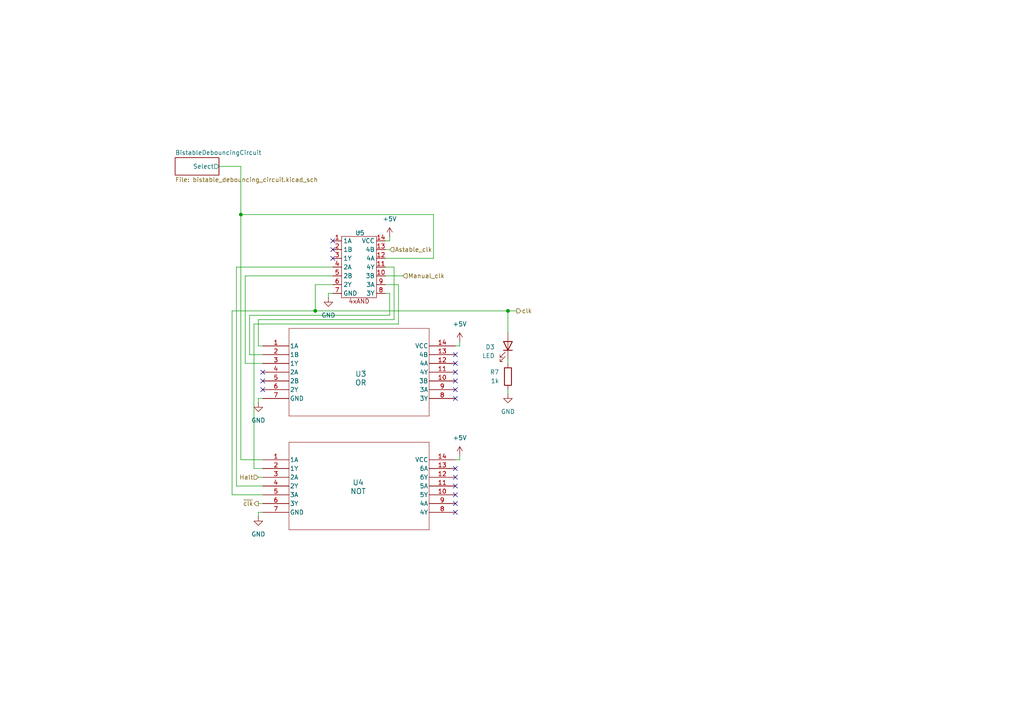
<source format=kicad_sch>
(kicad_sch
	(version 20231120)
	(generator "eeschema")
	(generator_version "8.0")
	(uuid "22486741-09b1-431b-8ea1-0cc18b24b716")
	(paper "A4")
	(lib_symbols
		(symbol "4x_or:CD74AC32E"
			(pin_names
				(offset 0.254)
			)
			(exclude_from_sim no)
			(in_bom yes)
			(on_board yes)
			(property "Reference" "U"
				(at 27.94 10.16 0)
				(effects
					(font
						(size 1.524 1.524)
					)
				)
			)
			(property "Value" "CD74AC32E"
				(at 27.94 7.62 0)
				(effects
					(font
						(size 1.524 1.524)
					)
				)
			)
			(property "Footprint" "N14"
				(at 0 0 0)
				(effects
					(font
						(size 1.27 1.27)
						(italic yes)
					)
					(hide yes)
				)
			)
			(property "Datasheet" "CD74AC32E"
				(at 0 0 0)
				(effects
					(font
						(size 1.27 1.27)
						(italic yes)
					)
					(hide yes)
				)
			)
			(property "Description" ""
				(at 0 0 0)
				(effects
					(font
						(size 1.27 1.27)
					)
					(hide yes)
				)
			)
			(property "ki_locked" ""
				(at 0 0 0)
				(effects
					(font
						(size 1.27 1.27)
					)
				)
			)
			(property "ki_keywords" "CD74AC32E"
				(at 0 0 0)
				(effects
					(font
						(size 1.27 1.27)
					)
					(hide yes)
				)
			)
			(property "ki_fp_filters" "N14"
				(at 0 0 0)
				(effects
					(font
						(size 1.27 1.27)
					)
					(hide yes)
				)
			)
			(symbol "CD74AC32E_0_1"
				(polyline
					(pts
						(xy 7.62 -20.32) (xy 48.26 -20.32)
					)
					(stroke
						(width 0.127)
						(type default)
					)
					(fill
						(type none)
					)
				)
				(polyline
					(pts
						(xy 7.62 5.08) (xy 7.62 -20.32)
					)
					(stroke
						(width 0.127)
						(type default)
					)
					(fill
						(type none)
					)
				)
				(polyline
					(pts
						(xy 48.26 -20.32) (xy 48.26 5.08)
					)
					(stroke
						(width 0.127)
						(type default)
					)
					(fill
						(type none)
					)
				)
				(polyline
					(pts
						(xy 48.26 5.08) (xy 7.62 5.08)
					)
					(stroke
						(width 0.127)
						(type default)
					)
					(fill
						(type none)
					)
				)
				(pin input line
					(at 0 0 0)
					(length 7.62)
					(name "1A"
						(effects
							(font
								(size 1.27 1.27)
							)
						)
					)
					(number "1"
						(effects
							(font
								(size 1.27 1.27)
							)
						)
					)
				)
				(pin input line
					(at 55.88 -10.16 180)
					(length 7.62)
					(name "3B"
						(effects
							(font
								(size 1.27 1.27)
							)
						)
					)
					(number "10"
						(effects
							(font
								(size 1.27 1.27)
							)
						)
					)
				)
				(pin output line
					(at 55.88 -7.62 180)
					(length 7.62)
					(name "4Y"
						(effects
							(font
								(size 1.27 1.27)
							)
						)
					)
					(number "11"
						(effects
							(font
								(size 1.27 1.27)
							)
						)
					)
				)
				(pin input line
					(at 55.88 -5.08 180)
					(length 7.62)
					(name "4A"
						(effects
							(font
								(size 1.27 1.27)
							)
						)
					)
					(number "12"
						(effects
							(font
								(size 1.27 1.27)
							)
						)
					)
				)
				(pin input line
					(at 55.88 -2.54 180)
					(length 7.62)
					(name "4B"
						(effects
							(font
								(size 1.27 1.27)
							)
						)
					)
					(number "13"
						(effects
							(font
								(size 1.27 1.27)
							)
						)
					)
				)
				(pin power_in line
					(at 55.88 0 180)
					(length 7.62)
					(name "VCC"
						(effects
							(font
								(size 1.27 1.27)
							)
						)
					)
					(number "14"
						(effects
							(font
								(size 1.27 1.27)
							)
						)
					)
				)
				(pin input line
					(at 0 -2.54 0)
					(length 7.62)
					(name "1B"
						(effects
							(font
								(size 1.27 1.27)
							)
						)
					)
					(number "2"
						(effects
							(font
								(size 1.27 1.27)
							)
						)
					)
				)
				(pin output line
					(at 0 -5.08 0)
					(length 7.62)
					(name "1Y"
						(effects
							(font
								(size 1.27 1.27)
							)
						)
					)
					(number "3"
						(effects
							(font
								(size 1.27 1.27)
							)
						)
					)
				)
				(pin input line
					(at 0 -7.62 0)
					(length 7.62)
					(name "2A"
						(effects
							(font
								(size 1.27 1.27)
							)
						)
					)
					(number "4"
						(effects
							(font
								(size 1.27 1.27)
							)
						)
					)
				)
				(pin input line
					(at 0 -10.16 0)
					(length 7.62)
					(name "2B"
						(effects
							(font
								(size 1.27 1.27)
							)
						)
					)
					(number "5"
						(effects
							(font
								(size 1.27 1.27)
							)
						)
					)
				)
				(pin output line
					(at 0 -12.7 0)
					(length 7.62)
					(name "2Y"
						(effects
							(font
								(size 1.27 1.27)
							)
						)
					)
					(number "6"
						(effects
							(font
								(size 1.27 1.27)
							)
						)
					)
				)
				(pin power_in line
					(at 0 -15.24 0)
					(length 7.62)
					(name "GND"
						(effects
							(font
								(size 1.27 1.27)
							)
						)
					)
					(number "7"
						(effects
							(font
								(size 1.27 1.27)
							)
						)
					)
				)
				(pin output line
					(at 55.88 -15.24 180)
					(length 7.62)
					(name "3Y"
						(effects
							(font
								(size 1.27 1.27)
							)
						)
					)
					(number "8"
						(effects
							(font
								(size 1.27 1.27)
							)
						)
					)
				)
				(pin input line
					(at 55.88 -12.7 180)
					(length 7.62)
					(name "3A"
						(effects
							(font
								(size 1.27 1.27)
							)
						)
					)
					(number "9"
						(effects
							(font
								(size 1.27 1.27)
							)
						)
					)
				)
			)
		)
		(symbol "6x_not:SN74AC14N"
			(pin_names
				(offset 0.254)
			)
			(exclude_from_sim no)
			(in_bom yes)
			(on_board yes)
			(property "Reference" "U"
				(at 27.94 10.16 0)
				(effects
					(font
						(size 1.524 1.524)
					)
				)
			)
			(property "Value" "SN74AC14N"
				(at 27.94 7.62 0)
				(effects
					(font
						(size 1.524 1.524)
					)
				)
			)
			(property "Footprint" "N14"
				(at 0 0 0)
				(effects
					(font
						(size 1.27 1.27)
						(italic yes)
					)
					(hide yes)
				)
			)
			(property "Datasheet" "SN74AC14N"
				(at 0 0 0)
				(effects
					(font
						(size 1.27 1.27)
						(italic yes)
					)
					(hide yes)
				)
			)
			(property "Description" ""
				(at 0 0 0)
				(effects
					(font
						(size 1.27 1.27)
					)
					(hide yes)
				)
			)
			(property "ki_locked" ""
				(at 0 0 0)
				(effects
					(font
						(size 1.27 1.27)
					)
				)
			)
			(property "ki_keywords" "SN74AC14N"
				(at 0 0 0)
				(effects
					(font
						(size 1.27 1.27)
					)
					(hide yes)
				)
			)
			(property "ki_fp_filters" "N14"
				(at 0 0 0)
				(effects
					(font
						(size 1.27 1.27)
					)
					(hide yes)
				)
			)
			(symbol "SN74AC14N_0_1"
				(polyline
					(pts
						(xy 7.62 -20.32) (xy 48.26 -20.32)
					)
					(stroke
						(width 0.127)
						(type default)
					)
					(fill
						(type none)
					)
				)
				(polyline
					(pts
						(xy 7.62 5.08) (xy 7.62 -20.32)
					)
					(stroke
						(width 0.127)
						(type default)
					)
					(fill
						(type none)
					)
				)
				(polyline
					(pts
						(xy 48.26 -20.32) (xy 48.26 5.08)
					)
					(stroke
						(width 0.127)
						(type default)
					)
					(fill
						(type none)
					)
				)
				(polyline
					(pts
						(xy 48.26 5.08) (xy 7.62 5.08)
					)
					(stroke
						(width 0.127)
						(type default)
					)
					(fill
						(type none)
					)
				)
				(pin input line
					(at 0 0 0)
					(length 7.62)
					(name "1A"
						(effects
							(font
								(size 1.27 1.27)
							)
						)
					)
					(number "1"
						(effects
							(font
								(size 1.27 1.27)
							)
						)
					)
				)
				(pin output line
					(at 55.88 -10.16 180)
					(length 7.62)
					(name "5Y"
						(effects
							(font
								(size 1.27 1.27)
							)
						)
					)
					(number "10"
						(effects
							(font
								(size 1.27 1.27)
							)
						)
					)
				)
				(pin input line
					(at 55.88 -7.62 180)
					(length 7.62)
					(name "5A"
						(effects
							(font
								(size 1.27 1.27)
							)
						)
					)
					(number "11"
						(effects
							(font
								(size 1.27 1.27)
							)
						)
					)
				)
				(pin output line
					(at 55.88 -5.08 180)
					(length 7.62)
					(name "6Y"
						(effects
							(font
								(size 1.27 1.27)
							)
						)
					)
					(number "12"
						(effects
							(font
								(size 1.27 1.27)
							)
						)
					)
				)
				(pin input line
					(at 55.88 -2.54 180)
					(length 7.62)
					(name "6A"
						(effects
							(font
								(size 1.27 1.27)
							)
						)
					)
					(number "13"
						(effects
							(font
								(size 1.27 1.27)
							)
						)
					)
				)
				(pin power_in line
					(at 55.88 0 180)
					(length 7.62)
					(name "VCC"
						(effects
							(font
								(size 1.27 1.27)
							)
						)
					)
					(number "14"
						(effects
							(font
								(size 1.27 1.27)
							)
						)
					)
				)
				(pin output line
					(at 0 -2.54 0)
					(length 7.62)
					(name "1Y"
						(effects
							(font
								(size 1.27 1.27)
							)
						)
					)
					(number "2"
						(effects
							(font
								(size 1.27 1.27)
							)
						)
					)
				)
				(pin input line
					(at 0 -5.08 0)
					(length 7.62)
					(name "2A"
						(effects
							(font
								(size 1.27 1.27)
							)
						)
					)
					(number "3"
						(effects
							(font
								(size 1.27 1.27)
							)
						)
					)
				)
				(pin output line
					(at 0 -7.62 0)
					(length 7.62)
					(name "2Y"
						(effects
							(font
								(size 1.27 1.27)
							)
						)
					)
					(number "4"
						(effects
							(font
								(size 1.27 1.27)
							)
						)
					)
				)
				(pin input line
					(at 0 -10.16 0)
					(length 7.62)
					(name "3A"
						(effects
							(font
								(size 1.27 1.27)
							)
						)
					)
					(number "5"
						(effects
							(font
								(size 1.27 1.27)
							)
						)
					)
				)
				(pin output line
					(at 0 -12.7 0)
					(length 7.62)
					(name "3Y"
						(effects
							(font
								(size 1.27 1.27)
							)
						)
					)
					(number "6"
						(effects
							(font
								(size 1.27 1.27)
							)
						)
					)
				)
				(pin power_in line
					(at 0 -15.24 0)
					(length 7.62)
					(name "GND"
						(effects
							(font
								(size 1.27 1.27)
							)
						)
					)
					(number "7"
						(effects
							(font
								(size 1.27 1.27)
							)
						)
					)
				)
				(pin output line
					(at 55.88 -15.24 180)
					(length 7.62)
					(name "4Y"
						(effects
							(font
								(size 1.27 1.27)
							)
						)
					)
					(number "8"
						(effects
							(font
								(size 1.27 1.27)
							)
						)
					)
				)
				(pin input line
					(at 55.88 -12.7 180)
					(length 7.62)
					(name "4A"
						(effects
							(font
								(size 1.27 1.27)
							)
						)
					)
					(number "9"
						(effects
							(font
								(size 1.27 1.27)
							)
						)
					)
				)
			)
		)
		(symbol "8BitCPU:4x_and"
			(exclude_from_sim no)
			(in_bom yes)
			(on_board yes)
			(property "Reference" "U"
				(at 0 9.906 0)
				(effects
					(font
						(size 1.27 1.27)
					)
				)
			)
			(property "Value" ""
				(at -5.08 2.54 0)
				(effects
					(font
						(size 1.27 1.27)
					)
				)
			)
			(property "Footprint" ""
				(at -5.08 2.54 0)
				(effects
					(font
						(size 1.27 1.27)
					)
					(hide yes)
				)
			)
			(property "Datasheet" ""
				(at -5.08 2.54 0)
				(effects
					(font
						(size 1.27 1.27)
					)
					(hide yes)
				)
			)
			(property "Description" ""
				(at -5.08 2.54 0)
				(effects
					(font
						(size 1.27 1.27)
					)
					(hide yes)
				)
			)
			(symbol "4x_and_0_1"
				(rectangle
					(start -5.08 8.89)
					(end 5.08 -8.89)
					(stroke
						(width 0)
						(type default)
					)
					(fill
						(type none)
					)
				)
			)
			(symbol "4x_and_1_1"
				(text "4xAND"
					(at 0 -9.906 0)
					(effects
						(font
							(size 1.27 1.27)
						)
					)
				)
				(pin input line
					(at -7.62 7.62 0)
					(length 2.54)
					(name "1A"
						(effects
							(font
								(size 1.27 1.27)
							)
						)
					)
					(number "1"
						(effects
							(font
								(size 1.27 1.27)
							)
						)
					)
				)
				(pin input line
					(at 7.62 -2.54 180)
					(length 2.54)
					(name "3B"
						(effects
							(font
								(size 1.27 1.27)
							)
						)
					)
					(number "10"
						(effects
							(font
								(size 1.27 1.27)
							)
						)
					)
				)
				(pin output line
					(at 7.62 0 180)
					(length 2.54)
					(name "4Y"
						(effects
							(font
								(size 1.27 1.27)
							)
						)
					)
					(number "11"
						(effects
							(font
								(size 1.27 1.27)
							)
						)
					)
				)
				(pin input line
					(at 7.62 2.54 180)
					(length 2.54)
					(name "4A"
						(effects
							(font
								(size 1.27 1.27)
							)
						)
					)
					(number "12"
						(effects
							(font
								(size 1.27 1.27)
							)
						)
					)
				)
				(pin input line
					(at 7.62 5.08 180)
					(length 2.54)
					(name "4B"
						(effects
							(font
								(size 1.27 1.27)
							)
						)
					)
					(number "13"
						(effects
							(font
								(size 1.27 1.27)
							)
						)
					)
				)
				(pin input line
					(at 7.62 7.62 180)
					(length 2.54)
					(name "VCC"
						(effects
							(font
								(size 1.27 1.27)
							)
						)
					)
					(number "14"
						(effects
							(font
								(size 1.27 1.27)
							)
						)
					)
				)
				(pin input line
					(at -7.62 5.08 0)
					(length 2.54)
					(name "1B"
						(effects
							(font
								(size 1.27 1.27)
							)
						)
					)
					(number "2"
						(effects
							(font
								(size 1.27 1.27)
							)
						)
					)
				)
				(pin output line
					(at -7.62 2.54 0)
					(length 2.54)
					(name "1Y"
						(effects
							(font
								(size 1.27 1.27)
							)
						)
					)
					(number "3"
						(effects
							(font
								(size 1.27 1.27)
							)
						)
					)
				)
				(pin input line
					(at -7.62 0 0)
					(length 2.54)
					(name "2A"
						(effects
							(font
								(size 1.27 1.27)
							)
						)
					)
					(number "4"
						(effects
							(font
								(size 1.27 1.27)
							)
						)
					)
				)
				(pin input line
					(at -7.62 -2.54 0)
					(length 2.54)
					(name "2B"
						(effects
							(font
								(size 1.27 1.27)
							)
						)
					)
					(number "5"
						(effects
							(font
								(size 1.27 1.27)
							)
						)
					)
				)
				(pin output line
					(at -7.62 -5.08 0)
					(length 2.54)
					(name "2Y"
						(effects
							(font
								(size 1.27 1.27)
							)
						)
					)
					(number "6"
						(effects
							(font
								(size 1.27 1.27)
							)
						)
					)
				)
				(pin input line
					(at -7.62 -7.62 0)
					(length 2.54)
					(name "GND"
						(effects
							(font
								(size 1.27 1.27)
							)
						)
					)
					(number "7"
						(effects
							(font
								(size 1.27 1.27)
							)
						)
					)
				)
				(pin output line
					(at 7.62 -7.62 180)
					(length 2.54)
					(name "3Y"
						(effects
							(font
								(size 1.27 1.27)
							)
						)
					)
					(number "8"
						(effects
							(font
								(size 1.27 1.27)
							)
						)
					)
				)
				(pin input line
					(at 7.62 -5.08 180)
					(length 2.54)
					(name "3A"
						(effects
							(font
								(size 1.27 1.27)
							)
						)
					)
					(number "9"
						(effects
							(font
								(size 1.27 1.27)
							)
						)
					)
				)
			)
		)
		(symbol "Device:LED"
			(pin_numbers hide)
			(pin_names
				(offset 1.016) hide)
			(exclude_from_sim no)
			(in_bom yes)
			(on_board yes)
			(property "Reference" "D"
				(at 0 2.54 0)
				(effects
					(font
						(size 1.27 1.27)
					)
				)
			)
			(property "Value" "LED"
				(at 0 -2.54 0)
				(effects
					(font
						(size 1.27 1.27)
					)
				)
			)
			(property "Footprint" ""
				(at 0 0 0)
				(effects
					(font
						(size 1.27 1.27)
					)
					(hide yes)
				)
			)
			(property "Datasheet" "~"
				(at 0 0 0)
				(effects
					(font
						(size 1.27 1.27)
					)
					(hide yes)
				)
			)
			(property "Description" "Light emitting diode"
				(at 0 0 0)
				(effects
					(font
						(size 1.27 1.27)
					)
					(hide yes)
				)
			)
			(property "ki_keywords" "LED diode"
				(at 0 0 0)
				(effects
					(font
						(size 1.27 1.27)
					)
					(hide yes)
				)
			)
			(property "ki_fp_filters" "LED* LED_SMD:* LED_THT:*"
				(at 0 0 0)
				(effects
					(font
						(size 1.27 1.27)
					)
					(hide yes)
				)
			)
			(symbol "LED_0_1"
				(polyline
					(pts
						(xy -1.27 -1.27) (xy -1.27 1.27)
					)
					(stroke
						(width 0.254)
						(type default)
					)
					(fill
						(type none)
					)
				)
				(polyline
					(pts
						(xy -1.27 0) (xy 1.27 0)
					)
					(stroke
						(width 0)
						(type default)
					)
					(fill
						(type none)
					)
				)
				(polyline
					(pts
						(xy 1.27 -1.27) (xy 1.27 1.27) (xy -1.27 0) (xy 1.27 -1.27)
					)
					(stroke
						(width 0.254)
						(type default)
					)
					(fill
						(type none)
					)
				)
				(polyline
					(pts
						(xy -3.048 -0.762) (xy -4.572 -2.286) (xy -3.81 -2.286) (xy -4.572 -2.286) (xy -4.572 -1.524)
					)
					(stroke
						(width 0)
						(type default)
					)
					(fill
						(type none)
					)
				)
				(polyline
					(pts
						(xy -1.778 -0.762) (xy -3.302 -2.286) (xy -2.54 -2.286) (xy -3.302 -2.286) (xy -3.302 -1.524)
					)
					(stroke
						(width 0)
						(type default)
					)
					(fill
						(type none)
					)
				)
			)
			(symbol "LED_1_1"
				(pin passive line
					(at -3.81 0 0)
					(length 2.54)
					(name "K"
						(effects
							(font
								(size 1.27 1.27)
							)
						)
					)
					(number "1"
						(effects
							(font
								(size 1.27 1.27)
							)
						)
					)
				)
				(pin passive line
					(at 3.81 0 180)
					(length 2.54)
					(name "A"
						(effects
							(font
								(size 1.27 1.27)
							)
						)
					)
					(number "2"
						(effects
							(font
								(size 1.27 1.27)
							)
						)
					)
				)
			)
		)
		(symbol "Device:R"
			(pin_numbers hide)
			(pin_names
				(offset 0)
			)
			(exclude_from_sim no)
			(in_bom yes)
			(on_board yes)
			(property "Reference" "R"
				(at 2.032 0 90)
				(effects
					(font
						(size 1.27 1.27)
					)
				)
			)
			(property "Value" "R"
				(at 0 0 90)
				(effects
					(font
						(size 1.27 1.27)
					)
				)
			)
			(property "Footprint" ""
				(at -1.778 0 90)
				(effects
					(font
						(size 1.27 1.27)
					)
					(hide yes)
				)
			)
			(property "Datasheet" "~"
				(at 0 0 0)
				(effects
					(font
						(size 1.27 1.27)
					)
					(hide yes)
				)
			)
			(property "Description" "Resistor"
				(at 0 0 0)
				(effects
					(font
						(size 1.27 1.27)
					)
					(hide yes)
				)
			)
			(property "ki_keywords" "R res resistor"
				(at 0 0 0)
				(effects
					(font
						(size 1.27 1.27)
					)
					(hide yes)
				)
			)
			(property "ki_fp_filters" "R_*"
				(at 0 0 0)
				(effects
					(font
						(size 1.27 1.27)
					)
					(hide yes)
				)
			)
			(symbol "R_0_1"
				(rectangle
					(start -1.016 -2.54)
					(end 1.016 2.54)
					(stroke
						(width 0.254)
						(type default)
					)
					(fill
						(type none)
					)
				)
			)
			(symbol "R_1_1"
				(pin passive line
					(at 0 3.81 270)
					(length 1.27)
					(name "~"
						(effects
							(font
								(size 1.27 1.27)
							)
						)
					)
					(number "1"
						(effects
							(font
								(size 1.27 1.27)
							)
						)
					)
				)
				(pin passive line
					(at 0 -3.81 90)
					(length 1.27)
					(name "~"
						(effects
							(font
								(size 1.27 1.27)
							)
						)
					)
					(number "2"
						(effects
							(font
								(size 1.27 1.27)
							)
						)
					)
				)
			)
		)
		(symbol "power:+5V"
			(power)
			(pin_numbers hide)
			(pin_names
				(offset 0) hide)
			(exclude_from_sim no)
			(in_bom yes)
			(on_board yes)
			(property "Reference" "#PWR"
				(at 0 -3.81 0)
				(effects
					(font
						(size 1.27 1.27)
					)
					(hide yes)
				)
			)
			(property "Value" "+5V"
				(at 0 3.556 0)
				(effects
					(font
						(size 1.27 1.27)
					)
				)
			)
			(property "Footprint" ""
				(at 0 0 0)
				(effects
					(font
						(size 1.27 1.27)
					)
					(hide yes)
				)
			)
			(property "Datasheet" ""
				(at 0 0 0)
				(effects
					(font
						(size 1.27 1.27)
					)
					(hide yes)
				)
			)
			(property "Description" "Power symbol creates a global label with name \"+5V\""
				(at 0 0 0)
				(effects
					(font
						(size 1.27 1.27)
					)
					(hide yes)
				)
			)
			(property "ki_keywords" "global power"
				(at 0 0 0)
				(effects
					(font
						(size 1.27 1.27)
					)
					(hide yes)
				)
			)
			(symbol "+5V_0_1"
				(polyline
					(pts
						(xy -0.762 1.27) (xy 0 2.54)
					)
					(stroke
						(width 0)
						(type default)
					)
					(fill
						(type none)
					)
				)
				(polyline
					(pts
						(xy 0 0) (xy 0 2.54)
					)
					(stroke
						(width 0)
						(type default)
					)
					(fill
						(type none)
					)
				)
				(polyline
					(pts
						(xy 0 2.54) (xy 0.762 1.27)
					)
					(stroke
						(width 0)
						(type default)
					)
					(fill
						(type none)
					)
				)
			)
			(symbol "+5V_1_1"
				(pin power_in line
					(at 0 0 90)
					(length 0)
					(name "~"
						(effects
							(font
								(size 1.27 1.27)
							)
						)
					)
					(number "1"
						(effects
							(font
								(size 1.27 1.27)
							)
						)
					)
				)
			)
		)
		(symbol "power:GND"
			(power)
			(pin_numbers hide)
			(pin_names
				(offset 0) hide)
			(exclude_from_sim no)
			(in_bom yes)
			(on_board yes)
			(property "Reference" "#PWR"
				(at 0 -6.35 0)
				(effects
					(font
						(size 1.27 1.27)
					)
					(hide yes)
				)
			)
			(property "Value" "GND"
				(at 0 -3.81 0)
				(effects
					(font
						(size 1.27 1.27)
					)
				)
			)
			(property "Footprint" ""
				(at 0 0 0)
				(effects
					(font
						(size 1.27 1.27)
					)
					(hide yes)
				)
			)
			(property "Datasheet" ""
				(at 0 0 0)
				(effects
					(font
						(size 1.27 1.27)
					)
					(hide yes)
				)
			)
			(property "Description" "Power symbol creates a global label with name \"GND\" , ground"
				(at 0 0 0)
				(effects
					(font
						(size 1.27 1.27)
					)
					(hide yes)
				)
			)
			(property "ki_keywords" "global power"
				(at 0 0 0)
				(effects
					(font
						(size 1.27 1.27)
					)
					(hide yes)
				)
			)
			(symbol "GND_0_1"
				(polyline
					(pts
						(xy 0 0) (xy 0 -1.27) (xy 1.27 -1.27) (xy 0 -2.54) (xy -1.27 -1.27) (xy 0 -1.27)
					)
					(stroke
						(width 0)
						(type default)
					)
					(fill
						(type none)
					)
				)
			)
			(symbol "GND_1_1"
				(pin power_in line
					(at 0 0 270)
					(length 0)
					(name "~"
						(effects
							(font
								(size 1.27 1.27)
							)
						)
					)
					(number "1"
						(effects
							(font
								(size 1.27 1.27)
							)
						)
					)
				)
			)
		)
	)
	(junction
		(at 91.44 90.17)
		(diameter 0)
		(color 0 0 0 0)
		(uuid "09b1396b-878f-448b-b0ee-eee0b34efb70")
	)
	(junction
		(at 147.32 90.17)
		(diameter 0)
		(color 0 0 0 0)
		(uuid "2abae983-24f3-4314-8aa6-b19ac08f1940")
	)
	(junction
		(at 69.85 62.23)
		(diameter 0)
		(color 0 0 0 0)
		(uuid "3f27cad9-b1ac-4098-ba45-3cfa7baf0fc7")
	)
	(no_connect
		(at 132.08 105.41)
		(uuid "0161ee45-6116-418d-ab01-6cfc819ccc3a")
	)
	(no_connect
		(at 132.08 102.87)
		(uuid "13a0d009-5ddb-49c6-9fe1-5bbfa11107bd")
	)
	(no_connect
		(at 96.52 72.39)
		(uuid "1a80493b-3fbd-4844-82f3-ad6ec98db9f3")
	)
	(no_connect
		(at 96.52 74.93)
		(uuid "32d21fce-c5e1-48c8-894a-3f77d6c0fbe0")
	)
	(no_connect
		(at 132.08 148.59)
		(uuid "40740ca7-4b01-4ae7-8cb3-66274dae6bcd")
	)
	(no_connect
		(at 132.08 113.03)
		(uuid "4322f858-7abd-4c63-b295-785a8eab638f")
	)
	(no_connect
		(at 132.08 138.43)
		(uuid "5ebd4169-fb92-467d-9cee-23b8ae49d0c5")
	)
	(no_connect
		(at 132.08 110.49)
		(uuid "66d83e51-5c30-4eaf-b1af-6059340ecac2")
	)
	(no_connect
		(at 132.08 135.89)
		(uuid "6c02ff82-439c-4f07-b9a0-11919657ff72")
	)
	(no_connect
		(at 132.08 140.97)
		(uuid "75a9f323-88bf-4615-8ac0-2924c9da3b47")
	)
	(no_connect
		(at 132.08 143.51)
		(uuid "7b2b7d85-c909-4a20-a8b2-58a6d857ff61")
	)
	(no_connect
		(at 96.52 69.85)
		(uuid "7f84b3c1-9ec9-4117-aa0c-2ace955d64ae")
	)
	(no_connect
		(at 76.2 110.49)
		(uuid "b06284a0-4fcd-4324-b0d5-54e1f3850701")
	)
	(no_connect
		(at 132.08 107.95)
		(uuid "b5f1a951-90d9-44cd-b524-f2a99a2e9298")
	)
	(no_connect
		(at 76.2 107.95)
		(uuid "ba8a67bd-f172-4906-9c4b-1581d61be808")
	)
	(no_connect
		(at 76.2 113.03)
		(uuid "c6fb5a30-4d9b-477f-8e7d-2d86b6bf7756")
	)
	(no_connect
		(at 132.08 115.57)
		(uuid "f1c10d99-bd7f-41a7-8589-331a6193dffa")
	)
	(no_connect
		(at 132.08 146.05)
		(uuid "f89d9e77-fffb-426a-9dae-fc4a40eaecf9")
	)
	(wire
		(pts
			(xy 74.93 149.86) (xy 74.93 148.59)
		)
		(stroke
			(width 0)
			(type default)
		)
		(uuid "01bc2049-f9dd-4f5e-8e3a-10f076dac0f8")
	)
	(wire
		(pts
			(xy 111.76 80.01) (xy 116.84 80.01)
		)
		(stroke
			(width 0)
			(type default)
		)
		(uuid "09475752-03ba-4866-a8f0-444251cdcf5e")
	)
	(wire
		(pts
			(xy 74.93 138.43) (xy 76.2 138.43)
		)
		(stroke
			(width 0)
			(type default)
		)
		(uuid "0b0aa75f-bdd1-4578-adc8-63d42fc0aba2")
	)
	(wire
		(pts
			(xy 71.12 80.01) (xy 96.52 80.01)
		)
		(stroke
			(width 0)
			(type default)
		)
		(uuid "15c27cf1-341d-4196-8a61-3d1e4cbed040")
	)
	(wire
		(pts
			(xy 133.35 132.08) (xy 133.35 133.35)
		)
		(stroke
			(width 0)
			(type default)
		)
		(uuid "1c870db6-2837-4b49-b9bc-fbcc532535b1")
	)
	(wire
		(pts
			(xy 96.52 82.55) (xy 91.44 82.55)
		)
		(stroke
			(width 0)
			(type default)
		)
		(uuid "210f9e06-a337-444e-aacb-2e1b1765ee79")
	)
	(wire
		(pts
			(xy 74.93 100.33) (xy 74.93 92.71)
		)
		(stroke
			(width 0)
			(type default)
		)
		(uuid "22a9e95c-0d9e-4da6-82a6-4327481fe83f")
	)
	(wire
		(pts
			(xy 74.93 116.84) (xy 74.93 115.57)
		)
		(stroke
			(width 0)
			(type default)
		)
		(uuid "24ac976c-1f94-4338-b098-68f26125bb0a")
	)
	(wire
		(pts
			(xy 133.35 100.33) (xy 132.08 100.33)
		)
		(stroke
			(width 0)
			(type default)
		)
		(uuid "28c787b7-cde0-46f9-9212-cf8b31ceceaf")
	)
	(wire
		(pts
			(xy 125.73 74.93) (xy 111.76 74.93)
		)
		(stroke
			(width 0)
			(type default)
		)
		(uuid "2aea679d-ba53-4a61-a69c-03ff7b4255b4")
	)
	(wire
		(pts
			(xy 91.44 90.17) (xy 147.32 90.17)
		)
		(stroke
			(width 0)
			(type default)
		)
		(uuid "2e5861a4-ef0e-43bd-85a1-7e244164a8ca")
	)
	(wire
		(pts
			(xy 74.93 146.05) (xy 76.2 146.05)
		)
		(stroke
			(width 0)
			(type default)
		)
		(uuid "40f92099-08af-4ee4-85a8-0e090b36d8b5")
	)
	(wire
		(pts
			(xy 69.85 62.23) (xy 125.73 62.23)
		)
		(stroke
			(width 0)
			(type default)
		)
		(uuid "46a6aa7c-078e-4f8a-ab04-95c0e8dcd76a")
	)
	(wire
		(pts
			(xy 67.31 90.17) (xy 67.31 143.51)
		)
		(stroke
			(width 0)
			(type default)
		)
		(uuid "473240ab-0ea8-415b-a3aa-6cf4d8bb64ce")
	)
	(wire
		(pts
			(xy 68.58 77.47) (xy 68.58 140.97)
		)
		(stroke
			(width 0)
			(type default)
		)
		(uuid "580571b1-32c1-4fec-af93-b2ebf038679b")
	)
	(wire
		(pts
			(xy 111.76 72.39) (xy 113.03 72.39)
		)
		(stroke
			(width 0)
			(type default)
		)
		(uuid "60acab7e-65ee-48eb-a635-843e0c9d90e8")
	)
	(wire
		(pts
			(xy 76.2 105.41) (xy 71.12 105.41)
		)
		(stroke
			(width 0)
			(type default)
		)
		(uuid "61707519-04d6-4a97-8a7d-222b5599d196")
	)
	(wire
		(pts
			(xy 63.5 48.26) (xy 69.85 48.26)
		)
		(stroke
			(width 0)
			(type default)
		)
		(uuid "639beecb-9c32-4557-8c73-4a1535b546f3")
	)
	(wire
		(pts
			(xy 115.57 82.55) (xy 115.57 93.98)
		)
		(stroke
			(width 0)
			(type default)
		)
		(uuid "6465c7f8-760e-4c6c-94d3-98139f2074d3")
	)
	(wire
		(pts
			(xy 113.03 68.58) (xy 113.03 69.85)
		)
		(stroke
			(width 0)
			(type default)
		)
		(uuid "66605d45-3916-4ff6-99af-1a3b8a482865")
	)
	(wire
		(pts
			(xy 69.85 62.23) (xy 69.85 133.35)
		)
		(stroke
			(width 0)
			(type default)
		)
		(uuid "67a2cc47-0fc1-4261-a109-3e69c3239ed0")
	)
	(wire
		(pts
			(xy 95.25 85.09) (xy 96.52 85.09)
		)
		(stroke
			(width 0)
			(type default)
		)
		(uuid "6965a01f-c191-47df-a76a-f398c7258892")
	)
	(wire
		(pts
			(xy 149.86 90.17) (xy 147.32 90.17)
		)
		(stroke
			(width 0)
			(type default)
		)
		(uuid "6a95a5df-845d-40ab-9f5c-9ff4b592fc13")
	)
	(wire
		(pts
			(xy 133.35 133.35) (xy 132.08 133.35)
		)
		(stroke
			(width 0)
			(type default)
		)
		(uuid "6cc726bb-f855-4155-ace5-bf9a611a3890")
	)
	(wire
		(pts
			(xy 147.32 113.03) (xy 147.32 114.3)
		)
		(stroke
			(width 0)
			(type default)
		)
		(uuid "7a596856-2e0c-4eba-813a-26e1c1cb3093")
	)
	(wire
		(pts
			(xy 147.32 90.17) (xy 147.32 96.52)
		)
		(stroke
			(width 0)
			(type default)
		)
		(uuid "7ddbb073-55cb-4ca3-b6cf-5590689575ef")
	)
	(wire
		(pts
			(xy 71.12 80.01) (xy 71.12 105.41)
		)
		(stroke
			(width 0)
			(type default)
		)
		(uuid "87d427b4-420f-4cf7-ad58-1c34583b8fdd")
	)
	(wire
		(pts
			(xy 74.93 148.59) (xy 76.2 148.59)
		)
		(stroke
			(width 0)
			(type default)
		)
		(uuid "8a2f4d56-5fa4-4b96-9a11-a00018929770")
	)
	(wire
		(pts
			(xy 133.35 99.06) (xy 133.35 100.33)
		)
		(stroke
			(width 0)
			(type default)
		)
		(uuid "8d1afb83-8af3-491b-b3a5-1ce70d8c9c9f")
	)
	(wire
		(pts
			(xy 74.93 115.57) (xy 76.2 115.57)
		)
		(stroke
			(width 0)
			(type default)
		)
		(uuid "918c3079-d59d-4d0d-9553-75076b025c75")
	)
	(wire
		(pts
			(xy 72.39 102.87) (xy 76.2 102.87)
		)
		(stroke
			(width 0)
			(type default)
		)
		(uuid "9b18ba44-6aea-4e42-9694-7bf27a51e3f2")
	)
	(wire
		(pts
			(xy 91.44 90.17) (xy 67.31 90.17)
		)
		(stroke
			(width 0)
			(type default)
		)
		(uuid "a2002d75-7444-4c79-9a50-146f2bacc49b")
	)
	(wire
		(pts
			(xy 95.25 86.36) (xy 95.25 85.09)
		)
		(stroke
			(width 0)
			(type default)
		)
		(uuid "acd0d585-3ac2-43ce-95c4-da0da610284f")
	)
	(wire
		(pts
			(xy 68.58 77.47) (xy 96.52 77.47)
		)
		(stroke
			(width 0)
			(type default)
		)
		(uuid "b97d7ac1-ccff-4c6c-ba4a-d92b510479bb")
	)
	(wire
		(pts
			(xy 72.39 91.44) (xy 113.03 91.44)
		)
		(stroke
			(width 0)
			(type default)
		)
		(uuid "c61d125b-9a5b-4aaa-8bf0-56f6c8bedc16")
	)
	(wire
		(pts
			(xy 69.85 133.35) (xy 76.2 133.35)
		)
		(stroke
			(width 0)
			(type default)
		)
		(uuid "c910da58-3f2a-42cf-ac81-ff1d0fc53eb8")
	)
	(wire
		(pts
			(xy 73.66 135.89) (xy 73.66 93.98)
		)
		(stroke
			(width 0)
			(type default)
		)
		(uuid "d17458c9-0bd4-46b7-92d9-6521593eb7cd")
	)
	(wire
		(pts
			(xy 76.2 140.97) (xy 68.58 140.97)
		)
		(stroke
			(width 0)
			(type default)
		)
		(uuid "d20a73aa-962e-4a05-9a78-e2ecfdfb98f9")
	)
	(wire
		(pts
			(xy 113.03 85.09) (xy 111.76 85.09)
		)
		(stroke
			(width 0)
			(type default)
		)
		(uuid "d38bbd16-0c04-473f-ba42-a67a6f922ded")
	)
	(wire
		(pts
			(xy 69.85 48.26) (xy 69.85 62.23)
		)
		(stroke
			(width 0)
			(type default)
		)
		(uuid "d43b1ffa-d8d9-4f32-a124-fe85dca6e1c6")
	)
	(wire
		(pts
			(xy 74.93 100.33) (xy 76.2 100.33)
		)
		(stroke
			(width 0)
			(type default)
		)
		(uuid "dbd87be6-7b7d-44e5-bd19-cce485816f68")
	)
	(wire
		(pts
			(xy 114.3 77.47) (xy 111.76 77.47)
		)
		(stroke
			(width 0)
			(type default)
		)
		(uuid "dc52c779-2c3e-4a6d-80af-27bc2cb5554d")
	)
	(wire
		(pts
			(xy 111.76 82.55) (xy 115.57 82.55)
		)
		(stroke
			(width 0)
			(type default)
		)
		(uuid "de798403-d21d-4887-8be2-beafbd2cd400")
	)
	(wire
		(pts
			(xy 74.93 92.71) (xy 114.3 92.71)
		)
		(stroke
			(width 0)
			(type default)
		)
		(uuid "e22e7be1-4614-4e4b-866f-315b1ee6c5e5")
	)
	(wire
		(pts
			(xy 73.66 93.98) (xy 115.57 93.98)
		)
		(stroke
			(width 0)
			(type default)
		)
		(uuid "e8baf141-0537-468c-b529-81f4da0a55bc")
	)
	(wire
		(pts
			(xy 114.3 92.71) (xy 114.3 77.47)
		)
		(stroke
			(width 0)
			(type default)
		)
		(uuid "eac26f01-811a-44ad-a739-dfea486bc4b0")
	)
	(wire
		(pts
			(xy 113.03 69.85) (xy 111.76 69.85)
		)
		(stroke
			(width 0)
			(type default)
		)
		(uuid "eaeb8709-c94d-4652-8b61-0cde92bcafc9")
	)
	(wire
		(pts
			(xy 72.39 102.87) (xy 72.39 91.44)
		)
		(stroke
			(width 0)
			(type default)
		)
		(uuid "f37c66f1-9ebb-439d-95a9-afc8f6701b60")
	)
	(wire
		(pts
			(xy 147.32 104.14) (xy 147.32 105.41)
		)
		(stroke
			(width 0)
			(type default)
		)
		(uuid "f4e2e291-29eb-4a8c-a632-ba15cf7ec7cc")
	)
	(wire
		(pts
			(xy 67.31 143.51) (xy 76.2 143.51)
		)
		(stroke
			(width 0)
			(type default)
		)
		(uuid "f871d152-9047-4324-b8bd-fed0dc12acd9")
	)
	(wire
		(pts
			(xy 125.73 62.23) (xy 125.73 74.93)
		)
		(stroke
			(width 0)
			(type default)
		)
		(uuid "fb42f8a3-e6b1-4d73-8468-a3769820911b")
	)
	(wire
		(pts
			(xy 91.44 82.55) (xy 91.44 90.17)
		)
		(stroke
			(width 0)
			(type default)
		)
		(uuid "fc575139-10ce-4b8b-9098-6a211cacf32c")
	)
	(wire
		(pts
			(xy 113.03 85.09) (xy 113.03 91.44)
		)
		(stroke
			(width 0)
			(type default)
		)
		(uuid "fe658ec5-f740-45ea-9e27-817befff381e")
	)
	(wire
		(pts
			(xy 73.66 135.89) (xy 76.2 135.89)
		)
		(stroke
			(width 0)
			(type default)
		)
		(uuid "ff18fb19-5e85-4c54-ad45-2c51092123fa")
	)
	(hierarchical_label "clk"
		(shape output)
		(at 149.86 90.17 0)
		(fields_autoplaced yes)
		(effects
			(font
				(size 1.27 1.27)
			)
			(justify left)
		)
		(uuid "3e0a2564-052a-4f83-b16b-1f6c2d7708cc")
	)
	(hierarchical_label "Manual_clk"
		(shape input)
		(at 116.84 80.01 0)
		(fields_autoplaced yes)
		(effects
			(font
				(size 1.27 1.27)
			)
			(justify left)
		)
		(uuid "4fb6183a-9645-4793-a139-44469c041672")
	)
	(hierarchical_label "~{clk}"
		(shape output)
		(at 74.93 146.05 180)
		(fields_autoplaced yes)
		(effects
			(font
				(size 1.27 1.27)
			)
			(justify right)
		)
		(uuid "5a24ac06-c319-4aef-afba-054fc362823c")
	)
	(hierarchical_label "Halt"
		(shape input)
		(at 74.93 138.43 180)
		(fields_autoplaced yes)
		(effects
			(font
				(size 1.27 1.27)
			)
			(justify right)
		)
		(uuid "7658b0c4-faf6-4d37-8e30-54de45e4abc7")
	)
	(hierarchical_label "Astable_clk"
		(shape input)
		(at 113.03 72.39 0)
		(fields_autoplaced yes)
		(effects
			(font
				(size 1.27 1.27)
			)
			(justify left)
		)
		(uuid "f4062a66-d389-4734-9b7f-024078c645e7")
	)
	(symbol
		(lib_id "6x_not:SN74AC14N")
		(at 76.2 133.35 0)
		(unit 1)
		(exclude_from_sim no)
		(in_bom yes)
		(on_board yes)
		(dnp no)
		(uuid "033214ae-70a9-4edc-97b5-0146d0725b24")
		(property "Reference" "U4"
			(at 103.886 139.954 0)
			(effects
				(font
					(size 1.524 1.524)
				)
			)
		)
		(property "Value" "NOT"
			(at 103.886 142.494 0)
			(effects
				(font
					(size 1.524 1.524)
				)
			)
		)
		(property "Footprint" "_DownloadFootprints:6x_not"
			(at 76.2 133.35 0)
			(effects
				(font
					(size 1.27 1.27)
					(italic yes)
				)
				(hide yes)
			)
		)
		(property "Datasheet" "SN74AC14N"
			(at 76.2 133.35 0)
			(effects
				(font
					(size 1.27 1.27)
					(italic yes)
				)
				(hide yes)
			)
		)
		(property "Description" ""
			(at 76.2 133.35 0)
			(effects
				(font
					(size 1.27 1.27)
				)
				(hide yes)
			)
		)
		(pin "3"
			(uuid "8814db3f-7fd8-421b-ba6c-781f99ffd536")
		)
		(pin "9"
			(uuid "5a077797-f2f5-4323-afe0-36fba1731834")
		)
		(pin "1"
			(uuid "84be814e-845f-4842-9af4-620fa7d3c8cb")
		)
		(pin "6"
			(uuid "ac27e81b-3704-4a47-a030-c96b4265426b")
		)
		(pin "8"
			(uuid "1889e07d-bec2-4d4d-8dcb-e26d9527dc77")
		)
		(pin "11"
			(uuid "18b61586-89f1-470e-8aa7-30112bef05ca")
		)
		(pin "10"
			(uuid "743bd36a-b686-48f5-a029-d21be9d160cb")
		)
		(pin "14"
			(uuid "1221775a-ccd1-42fd-a898-201badb034d8")
		)
		(pin "2"
			(uuid "2c841971-e1de-4880-a43e-826de6183917")
		)
		(pin "5"
			(uuid "964719f4-b5e7-403f-8ed4-2ca1753ecb26")
		)
		(pin "7"
			(uuid "1218a023-c5b5-44bb-8142-9f8f6f78fdec")
		)
		(pin "13"
			(uuid "3c353080-16b5-456b-bb26-4bc0adb7d106")
		)
		(pin "12"
			(uuid "034de38a-d466-4276-8872-78b063b60820")
		)
		(pin "4"
			(uuid "0a6b0975-afe2-41f6-91b1-5f0f9c225cc1")
		)
		(instances
			(project ""
				(path "/54ad16a3-0854-4bc5-acd6-428be9af167c/10dbb702-cc39-4cd2-b6f4-ff0e2a770f1f"
					(reference "U4")
					(unit 1)
				)
			)
		)
	)
	(symbol
		(lib_id "4x_or:CD74AC32E")
		(at 76.2 100.33 0)
		(unit 1)
		(exclude_from_sim no)
		(in_bom yes)
		(on_board yes)
		(dnp no)
		(uuid "109554cc-4372-4436-949b-76055d5df1e5")
		(property "Reference" "U3"
			(at 104.648 108.458 0)
			(effects
				(font
					(size 1.524 1.524)
				)
			)
		)
		(property "Value" "OR"
			(at 104.648 110.998 0)
			(effects
				(font
					(size 1.524 1.524)
				)
			)
		)
		(property "Footprint" "_DownloadFootprints:4x_or"
			(at 76.2 100.33 0)
			(effects
				(font
					(size 1.27 1.27)
					(italic yes)
				)
				(hide yes)
			)
		)
		(property "Datasheet" "CD74AC32E"
			(at 76.2 100.33 0)
			(effects
				(font
					(size 1.27 1.27)
					(italic yes)
				)
				(hide yes)
			)
		)
		(property "Description" ""
			(at 76.2 100.33 0)
			(effects
				(font
					(size 1.27 1.27)
				)
				(hide yes)
			)
		)
		(pin "13"
			(uuid "14033ba5-2e2d-4266-8843-741a80435545")
		)
		(pin "6"
			(uuid "a75b5623-c83c-4584-bdfd-5e3ecbf969e2")
		)
		(pin "8"
			(uuid "016ce610-4ecf-4ec5-ad9d-29035efdaf9c")
		)
		(pin "7"
			(uuid "f0f9b902-e676-44bb-8f8e-ca396d3e17b6")
		)
		(pin "11"
			(uuid "9d9342b3-515a-4d3e-82ba-ff0c1737a0ea")
		)
		(pin "3"
			(uuid "bfd2b414-60da-4049-ac09-070027a61e3d")
		)
		(pin "14"
			(uuid "e6c46833-20af-4e87-b9ba-a117caa8d163")
		)
		(pin "5"
			(uuid "e678e160-1d82-4758-b409-bbd7c180c7c4")
		)
		(pin "10"
			(uuid "2e1f0168-40f7-4bb2-b07e-9331553fea2b")
		)
		(pin "9"
			(uuid "b6347590-5991-4433-a92b-7a17958f8f71")
		)
		(pin "1"
			(uuid "680dcacb-a597-4461-b404-463fc779cc9e")
		)
		(pin "12"
			(uuid "7abccf06-0333-4867-841f-b7ab6c733c20")
		)
		(pin "4"
			(uuid "0166bbc7-b0e2-40ef-a4be-45e25bde2c76")
		)
		(pin "2"
			(uuid "0b36fb8a-44db-4770-b1dc-a4e5cdc39817")
		)
		(instances
			(project ""
				(path "/54ad16a3-0854-4bc5-acd6-428be9af167c/10dbb702-cc39-4cd2-b6f4-ff0e2a770f1f"
					(reference "U3")
					(unit 1)
				)
			)
		)
	)
	(symbol
		(lib_id "power:+5V")
		(at 133.35 99.06 0)
		(unit 1)
		(exclude_from_sim no)
		(in_bom yes)
		(on_board yes)
		(dnp no)
		(fields_autoplaced yes)
		(uuid "14b1bd3c-692f-4e0d-bbef-c862e0d49d20")
		(property "Reference" "#PWR013"
			(at 133.35 102.87 0)
			(effects
				(font
					(size 1.27 1.27)
				)
				(hide yes)
			)
		)
		(property "Value" "+5V"
			(at 133.35 93.98 0)
			(effects
				(font
					(size 1.27 1.27)
				)
			)
		)
		(property "Footprint" ""
			(at 133.35 99.06 0)
			(effects
				(font
					(size 1.27 1.27)
				)
				(hide yes)
			)
		)
		(property "Datasheet" ""
			(at 133.35 99.06 0)
			(effects
				(font
					(size 1.27 1.27)
				)
				(hide yes)
			)
		)
		(property "Description" "Power symbol creates a global label with name \"+5V\""
			(at 133.35 99.06 0)
			(effects
				(font
					(size 1.27 1.27)
				)
				(hide yes)
			)
		)
		(pin "1"
			(uuid "3f6eb2c0-f00d-4454-bbba-0fd92473813a")
		)
		(instances
			(project "ClockModule"
				(path "/54ad16a3-0854-4bc5-acd6-428be9af167c/10dbb702-cc39-4cd2-b6f4-ff0e2a770f1f"
					(reference "#PWR013")
					(unit 1)
				)
			)
		)
	)
	(symbol
		(lib_id "Device:LED")
		(at 147.32 100.33 270)
		(mirror x)
		(unit 1)
		(exclude_from_sim no)
		(in_bom yes)
		(on_board yes)
		(dnp no)
		(fields_autoplaced yes)
		(uuid "1a93c674-925d-483a-84bd-e88eb18dd5ac")
		(property "Reference" "D3"
			(at 143.51 100.6474 90)
			(effects
				(font
					(size 1.27 1.27)
				)
				(justify right)
			)
		)
		(property "Value" "LED"
			(at 143.51 103.1874 90)
			(effects
				(font
					(size 1.27 1.27)
				)
				(justify right)
			)
		)
		(property "Footprint" "LED_THT:LED_D5.0mm"
			(at 147.32 100.33 0)
			(effects
				(font
					(size 1.27 1.27)
				)
				(hide yes)
			)
		)
		(property "Datasheet" "~"
			(at 147.32 100.33 0)
			(effects
				(font
					(size 1.27 1.27)
				)
				(hide yes)
			)
		)
		(property "Description" "Light emitting diode"
			(at 147.32 100.33 0)
			(effects
				(font
					(size 1.27 1.27)
				)
				(hide yes)
			)
		)
		(pin "1"
			(uuid "007d12ae-a7cd-4e41-ac85-36e49cb31343")
		)
		(pin "2"
			(uuid "250342ce-f093-45c6-8224-b2e88899c840")
		)
		(instances
			(project "ClockModule"
				(path "/54ad16a3-0854-4bc5-acd6-428be9af167c/10dbb702-cc39-4cd2-b6f4-ff0e2a770f1f"
					(reference "D3")
					(unit 1)
				)
			)
		)
	)
	(symbol
		(lib_id "Device:R")
		(at 147.32 109.22 0)
		(mirror y)
		(unit 1)
		(exclude_from_sim no)
		(in_bom yes)
		(on_board yes)
		(dnp no)
		(fields_autoplaced yes)
		(uuid "211279f6-8d01-49d6-983c-5dac082e84ee")
		(property "Reference" "R7"
			(at 144.78 107.9499 0)
			(effects
				(font
					(size 1.27 1.27)
				)
				(justify left)
			)
		)
		(property "Value" "1k"
			(at 144.78 110.4899 0)
			(effects
				(font
					(size 1.27 1.27)
				)
				(justify left)
			)
		)
		(property "Footprint" "_DownloadFootprints:CF_series_Resistors_THT"
			(at 149.098 109.22 90)
			(effects
				(font
					(size 1.27 1.27)
				)
				(hide yes)
			)
		)
		(property "Datasheet" "~"
			(at 147.32 109.22 0)
			(effects
				(font
					(size 1.27 1.27)
				)
				(hide yes)
			)
		)
		(property "Description" "Resistor"
			(at 147.32 109.22 0)
			(effects
				(font
					(size 1.27 1.27)
				)
				(hide yes)
			)
		)
		(pin "1"
			(uuid "961f53ad-985e-4fb5-b84a-394e6f769fee")
		)
		(pin "2"
			(uuid "a5ef9a98-f364-4f31-8773-ead6aa15f7d6")
		)
		(instances
			(project "ClockModule"
				(path "/54ad16a3-0854-4bc5-acd6-428be9af167c/10dbb702-cc39-4cd2-b6f4-ff0e2a770f1f"
					(reference "R7")
					(unit 1)
				)
			)
		)
	)
	(symbol
		(lib_id "power:GND")
		(at 74.93 149.86 0)
		(unit 1)
		(exclude_from_sim no)
		(in_bom yes)
		(on_board yes)
		(dnp no)
		(fields_autoplaced yes)
		(uuid "26295ed5-8d64-45cd-b20d-b89177cdf19c")
		(property "Reference" "#PWR010"
			(at 74.93 156.21 0)
			(effects
				(font
					(size 1.27 1.27)
				)
				(hide yes)
			)
		)
		(property "Value" "GND"
			(at 74.93 154.94 0)
			(effects
				(font
					(size 1.27 1.27)
				)
			)
		)
		(property "Footprint" ""
			(at 74.93 149.86 0)
			(effects
				(font
					(size 1.27 1.27)
				)
				(hide yes)
			)
		)
		(property "Datasheet" ""
			(at 74.93 149.86 0)
			(effects
				(font
					(size 1.27 1.27)
				)
				(hide yes)
			)
		)
		(property "Description" "Power symbol creates a global label with name \"GND\" , ground"
			(at 74.93 149.86 0)
			(effects
				(font
					(size 1.27 1.27)
				)
				(hide yes)
			)
		)
		(pin "1"
			(uuid "75f73b44-8b52-4842-8829-0b67b8276203")
		)
		(instances
			(project "ClockModule"
				(path "/54ad16a3-0854-4bc5-acd6-428be9af167c/10dbb702-cc39-4cd2-b6f4-ff0e2a770f1f"
					(reference "#PWR010")
					(unit 1)
				)
			)
		)
	)
	(symbol
		(lib_id "8BitCPU:4x_and")
		(at 104.14 77.47 0)
		(unit 1)
		(exclude_from_sim no)
		(in_bom yes)
		(on_board yes)
		(dnp no)
		(uuid "2e00f66b-9050-4096-89e8-41498bd0f715")
		(property "Reference" "U5"
			(at 104.394 67.564 0)
			(effects
				(font
					(size 1.27 1.27)
				)
			)
		)
		(property "Value" "~"
			(at 104.14 67.31 0)
			(effects
				(font
					(size 1.27 1.27)
				)
			)
		)
		(property "Footprint" "8BitCPUFootprints:4x_and"
			(at 99.06 74.93 0)
			(effects
				(font
					(size 1.27 1.27)
				)
				(hide yes)
			)
		)
		(property "Datasheet" ""
			(at 99.06 74.93 0)
			(effects
				(font
					(size 1.27 1.27)
				)
				(hide yes)
			)
		)
		(property "Description" ""
			(at 99.06 74.93 0)
			(effects
				(font
					(size 1.27 1.27)
				)
				(hide yes)
			)
		)
		(pin "14"
			(uuid "6c43da1f-8194-4eae-a5f1-d896ef7b9b2e")
		)
		(pin "2"
			(uuid "d1b7c3bb-899d-4a21-b16c-df7a5a871c0c")
		)
		(pin "3"
			(uuid "f6c1036e-b9dd-4094-b813-3acab33ec02d")
		)
		(pin "11"
			(uuid "8abdbf0c-4561-4954-baea-00d784abafcc")
		)
		(pin "10"
			(uuid "3f86b9c6-b7e1-43f3-bcb7-9873d242ec8d")
		)
		(pin "12"
			(uuid "8eeb412b-333a-4ed4-971f-b1c3692036af")
		)
		(pin "13"
			(uuid "f984ee22-71ae-47c6-af8a-9555258f1497")
		)
		(pin "1"
			(uuid "5b7e381c-d20e-426c-a3de-058c36658961")
		)
		(pin "5"
			(uuid "7408e5a5-5a04-4c35-b20c-2b10804b0458")
		)
		(pin "8"
			(uuid "ea9488b2-af4f-488c-ac5d-056d76ca5ec5")
		)
		(pin "4"
			(uuid "cd4462ee-404c-4100-936b-239292012b59")
		)
		(pin "9"
			(uuid "5fc9ae2e-f452-4396-9d90-bdcf59aa8e62")
		)
		(pin "7"
			(uuid "615a5bb3-fd04-4474-8702-ca44ea28b587")
		)
		(pin "6"
			(uuid "531f3f61-9b3d-4aff-9a08-896f19a5cd4b")
		)
		(instances
			(project ""
				(path "/54ad16a3-0854-4bc5-acd6-428be9af167c/10dbb702-cc39-4cd2-b6f4-ff0e2a770f1f"
					(reference "U5")
					(unit 1)
				)
			)
		)
	)
	(symbol
		(lib_id "power:GND")
		(at 147.32 114.3 0)
		(mirror y)
		(unit 1)
		(exclude_from_sim no)
		(in_bom yes)
		(on_board yes)
		(dnp no)
		(fields_autoplaced yes)
		(uuid "33660ca4-f6f6-4301-b762-a556d76d858c")
		(property "Reference" "#PWR015"
			(at 147.32 120.65 0)
			(effects
				(font
					(size 1.27 1.27)
				)
				(hide yes)
			)
		)
		(property "Value" "GND"
			(at 147.32 119.38 0)
			(effects
				(font
					(size 1.27 1.27)
				)
			)
		)
		(property "Footprint" ""
			(at 147.32 114.3 0)
			(effects
				(font
					(size 1.27 1.27)
				)
				(hide yes)
			)
		)
		(property "Datasheet" ""
			(at 147.32 114.3 0)
			(effects
				(font
					(size 1.27 1.27)
				)
				(hide yes)
			)
		)
		(property "Description" "Power symbol creates a global label with name \"GND\" , ground"
			(at 147.32 114.3 0)
			(effects
				(font
					(size 1.27 1.27)
				)
				(hide yes)
			)
		)
		(pin "1"
			(uuid "b2b5d287-e3a6-41c2-a1b9-0830ae347cca")
		)
		(instances
			(project ""
				(path "/54ad16a3-0854-4bc5-acd6-428be9af167c/10dbb702-cc39-4cd2-b6f4-ff0e2a770f1f"
					(reference "#PWR015")
					(unit 1)
				)
			)
		)
	)
	(symbol
		(lib_id "power:GND")
		(at 95.25 86.36 0)
		(unit 1)
		(exclude_from_sim no)
		(in_bom yes)
		(on_board yes)
		(dnp no)
		(fields_autoplaced yes)
		(uuid "3cb42318-a0ad-49f6-b437-c3a47ae9f679")
		(property "Reference" "#PWR011"
			(at 95.25 92.71 0)
			(effects
				(font
					(size 1.27 1.27)
				)
				(hide yes)
			)
		)
		(property "Value" "GND"
			(at 95.25 91.44 0)
			(effects
				(font
					(size 1.27 1.27)
				)
			)
		)
		(property "Footprint" ""
			(at 95.25 86.36 0)
			(effects
				(font
					(size 1.27 1.27)
				)
				(hide yes)
			)
		)
		(property "Datasheet" ""
			(at 95.25 86.36 0)
			(effects
				(font
					(size 1.27 1.27)
				)
				(hide yes)
			)
		)
		(property "Description" "Power symbol creates a global label with name \"GND\" , ground"
			(at 95.25 86.36 0)
			(effects
				(font
					(size 1.27 1.27)
				)
				(hide yes)
			)
		)
		(pin "1"
			(uuid "34867766-6e78-4875-ae2c-ba53512d257d")
		)
		(instances
			(project ""
				(path "/54ad16a3-0854-4bc5-acd6-428be9af167c/10dbb702-cc39-4cd2-b6f4-ff0e2a770f1f"
					(reference "#PWR011")
					(unit 1)
				)
			)
		)
	)
	(symbol
		(lib_id "power:+5V")
		(at 133.35 132.08 0)
		(unit 1)
		(exclude_from_sim no)
		(in_bom yes)
		(on_board yes)
		(dnp no)
		(fields_autoplaced yes)
		(uuid "4de669b6-87c3-411f-b650-95fbe2013b5c")
		(property "Reference" "#PWR014"
			(at 133.35 135.89 0)
			(effects
				(font
					(size 1.27 1.27)
				)
				(hide yes)
			)
		)
		(property "Value" "+5V"
			(at 133.35 127 0)
			(effects
				(font
					(size 1.27 1.27)
				)
			)
		)
		(property "Footprint" ""
			(at 133.35 132.08 0)
			(effects
				(font
					(size 1.27 1.27)
				)
				(hide yes)
			)
		)
		(property "Datasheet" ""
			(at 133.35 132.08 0)
			(effects
				(font
					(size 1.27 1.27)
				)
				(hide yes)
			)
		)
		(property "Description" "Power symbol creates a global label with name \"+5V\""
			(at 133.35 132.08 0)
			(effects
				(font
					(size 1.27 1.27)
				)
				(hide yes)
			)
		)
		(pin "1"
			(uuid "2563c204-9c0b-499c-a8f8-feb95b486e5e")
		)
		(instances
			(project "ClockModule"
				(path "/54ad16a3-0854-4bc5-acd6-428be9af167c/10dbb702-cc39-4cd2-b6f4-ff0e2a770f1f"
					(reference "#PWR014")
					(unit 1)
				)
			)
		)
	)
	(symbol
		(lib_id "power:GND")
		(at 74.93 116.84 0)
		(unit 1)
		(exclude_from_sim no)
		(in_bom yes)
		(on_board yes)
		(dnp no)
		(uuid "bcc0fc71-deeb-4e00-a2f5-8e9d5ca2f09a")
		(property "Reference" "#PWR09"
			(at 74.93 123.19 0)
			(effects
				(font
					(size 1.27 1.27)
				)
				(hide yes)
			)
		)
		(property "Value" "GND"
			(at 74.93 121.92 0)
			(effects
				(font
					(size 1.27 1.27)
				)
			)
		)
		(property "Footprint" ""
			(at 74.93 116.84 0)
			(effects
				(font
					(size 1.27 1.27)
				)
				(hide yes)
			)
		)
		(property "Datasheet" ""
			(at 74.93 116.84 0)
			(effects
				(font
					(size 1.27 1.27)
				)
				(hide yes)
			)
		)
		(property "Description" "Power symbol creates a global label with name \"GND\" , ground"
			(at 74.93 116.84 0)
			(effects
				(font
					(size 1.27 1.27)
				)
				(hide yes)
			)
		)
		(pin "1"
			(uuid "acff8584-e60a-4e65-9816-1b1f284b996c")
		)
		(instances
			(project "ClockModule"
				(path "/54ad16a3-0854-4bc5-acd6-428be9af167c/10dbb702-cc39-4cd2-b6f4-ff0e2a770f1f"
					(reference "#PWR09")
					(unit 1)
				)
			)
		)
	)
	(symbol
		(lib_id "power:+5V")
		(at 113.03 68.58 0)
		(unit 1)
		(exclude_from_sim no)
		(in_bom yes)
		(on_board yes)
		(dnp no)
		(fields_autoplaced yes)
		(uuid "cda9689a-6e65-4007-8eea-3eede79a1f95")
		(property "Reference" "#PWR012"
			(at 113.03 72.39 0)
			(effects
				(font
					(size 1.27 1.27)
				)
				(hide yes)
			)
		)
		(property "Value" "+5V"
			(at 113.03 63.5 0)
			(effects
				(font
					(size 1.27 1.27)
				)
			)
		)
		(property "Footprint" ""
			(at 113.03 68.58 0)
			(effects
				(font
					(size 1.27 1.27)
				)
				(hide yes)
			)
		)
		(property "Datasheet" ""
			(at 113.03 68.58 0)
			(effects
				(font
					(size 1.27 1.27)
				)
				(hide yes)
			)
		)
		(property "Description" "Power symbol creates a global label with name \"+5V\""
			(at 113.03 68.58 0)
			(effects
				(font
					(size 1.27 1.27)
				)
				(hide yes)
			)
		)
		(pin "1"
			(uuid "7f180f7b-db96-4809-8e54-b242eda8d759")
		)
		(instances
			(project ""
				(path "/54ad16a3-0854-4bc5-acd6-428be9af167c/10dbb702-cc39-4cd2-b6f4-ff0e2a770f1f"
					(reference "#PWR012")
					(unit 1)
				)
			)
		)
	)
	(sheet
		(at 50.8 45.72)
		(size 12.7 5.08)
		(fields_autoplaced yes)
		(stroke
			(width 0.1524)
			(type solid)
		)
		(fill
			(color 0 0 0 0.0000)
		)
		(uuid "ba083626-d044-4825-b21f-217c89750988")
		(property "Sheetname" "BistableDebouncingCircuit"
			(at 50.8 45.0084 0)
			(effects
				(font
					(size 1.27 1.27)
				)
				(justify left bottom)
			)
		)
		(property "Sheetfile" "bistable_debouncing_circuit.kicad_sch"
			(at 50.8 51.3846 0)
			(effects
				(font
					(size 1.27 1.27)
				)
				(justify left top)
			)
		)
		(pin "Select" output
			(at 63.5 48.26 0)
			(effects
				(font
					(size 1.27 1.27)
				)
				(justify right)
			)
			(uuid "be32db43-d6d4-4188-bc1e-3f8649400e4b")
		)
		(instances
			(project "ClockModule"
				(path "/54ad16a3-0854-4bc5-acd6-428be9af167c/10dbb702-cc39-4cd2-b6f4-ff0e2a770f1f"
					(page "5")
				)
			)
		)
	)
)

</source>
